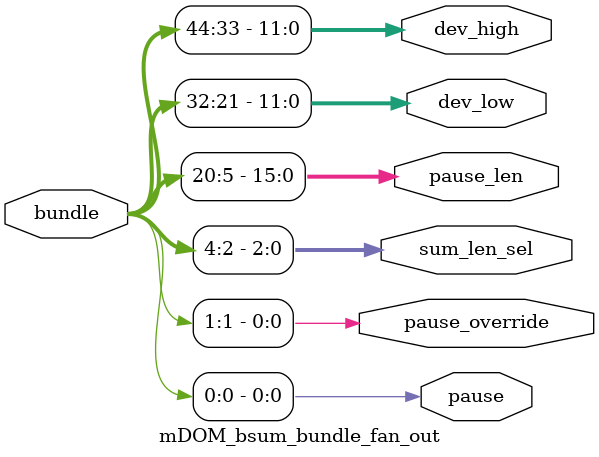
<source format=v>
module mDOM_bsum_bundle_fan_out
  (
   bundle,
   pause,
   pause_override,
   sum_len_sel,
   pause_len,
   dev_low,
   dev_high
  );

`include "mDOM_bsum_bundle_inc.v"

   input [44:0] bundle;
   output [0:0] pause;
   output [0:0] pause_override;
   output [2:0] sum_len_sel;
   output [15:0] pause_len;
   output [11:0] dev_low;
   output [11:0] dev_high;

assign pause = bundle[0:0];
assign pause_override = bundle[1:1];
assign sum_len_sel = bundle[4:2];
assign pause_len = bundle[20:5];
assign dev_low = bundle[32:21];
assign dev_high = bundle[44:33];

endmodule

</source>
